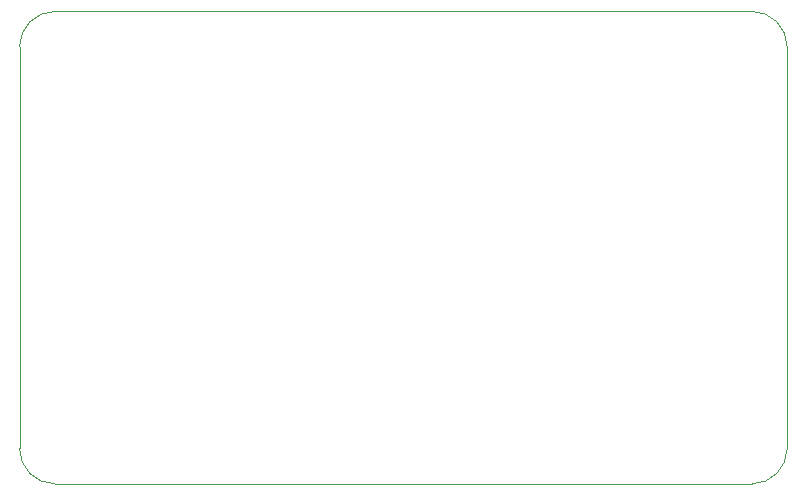
<source format=gbr>
%TF.GenerationSoftware,KiCad,Pcbnew,8.0.4*%
%TF.CreationDate,2024-07-28T00:18:49-04:00*%
%TF.ProjectId,ESP32-C3-WROOM-Node-Temperature,45535033-322d-4433-932d-57524f4f4d2d,rev?*%
%TF.SameCoordinates,Original*%
%TF.FileFunction,Profile,NP*%
%FSLAX46Y46*%
G04 Gerber Fmt 4.6, Leading zero omitted, Abs format (unit mm)*
G04 Created by KiCad (PCBNEW 8.0.4) date 2024-07-28 00:18:49*
%MOMM*%
%LPD*%
G01*
G04 APERTURE LIST*
%TA.AperFunction,Profile*%
%ADD10C,0.050000*%
%TD*%
G04 APERTURE END LIST*
D10*
%TO.C,H1*%
X110600000Y-96300000D02*
X110600000Y-62300000D01*
X113600000Y-59300000D02*
X172600000Y-59300000D01*
X172600000Y-99300000D02*
X113600000Y-99300000D01*
X175600000Y-62300000D02*
X175600000Y-96300000D01*
X110600000Y-62300000D02*
G75*
G02*
X113600000Y-59300000I3000000J0D01*
G01*
X113600000Y-99300000D02*
G75*
G02*
X110600000Y-96300000I0J3000000D01*
G01*
X172600000Y-59300000D02*
G75*
G02*
X175600000Y-62300000I0J-3000000D01*
G01*
X175600000Y-96300000D02*
G75*
G02*
X172600000Y-99300000I-3000000J0D01*
G01*
%TD*%
M02*

</source>
